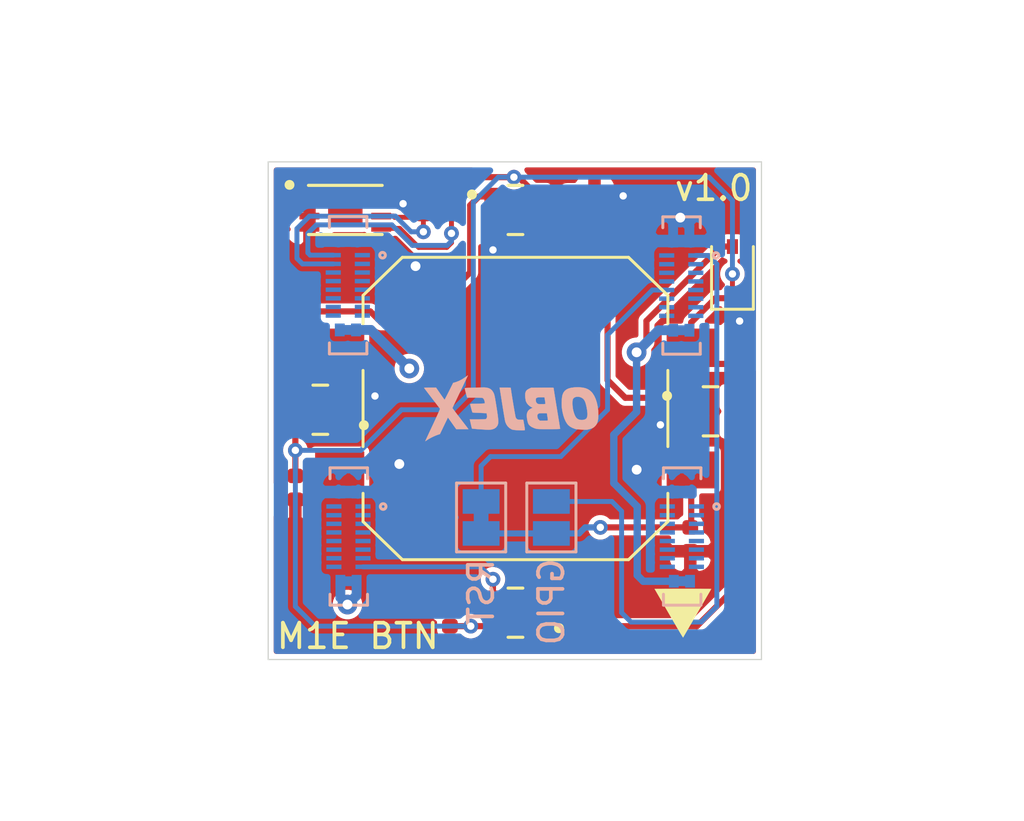
<source format=kicad_pcb>
(kicad_pcb (version 20211014) (generator pcbnew)
  (layers (0 "F.Cu" signal "(TOP)-RF_and_signals") (31 "B.Cu" signal "(BOTTOM)-Signals") (34 "B.Paste" user) (35 "F.Paste" user) (36 "B.SilkS" user "B.Silkscreen") (37 "F.SilkS" user "F.Silkscreen") (38 "B.Mask" user) (39 "F.Mask" user) (44 "Edge.Cuts" user))
  (net 0 "")
  (net 1 "GND")
  (net 2 "+3V3")
  (net 3 "+5V")
  (net 4 "Net-(J2-Pad5)")
  (net 5 "Net-(J2-Pad7)")
  (net 6 "Net-(J2-Pad11)")
  (net 7 "Net-(J2-Pad15)")
  (net 8 "Net-(J2-Pad13)")
  (net 9 "Net-(J1-Pad3)")
  (net 10 "Net-(J1-Pad5)")
  (net 11 "Net-(J1-Pad7)")
  (net 12 "Net-(J1-Pad11)")
  (net 13 "Net-(J1-Pad15)")
  (net 14 "Net-(D1-Pad2)")
  (net 15 "Net-(J3-Pad3)")
  (net 16 "Net-(J3-Pad5)")
  (net 17 "Net-(J3-Pad7)")
  (net 18 "Net-(J3-Pad11)")
  (net 19 "Net-(J3-Pad13)")
  (net 20 "Net-(J4-Pad3)")
  (net 21 "Net-(J4-Pad5)")
  (net 22 "Net-(J4-Pad7)")
  (net 23 "Net-(J4-Pad9)")
  (net 24 "Net-(J4-Pad11)")
  (net 25 "Net-(J4-Pad15)")
  (net 26 "Net-(J4-Pad13)")
  (net 27 "Net-(J2-Pad16)")
  (net 28 "Net-(J2-Pad4)")
  (net 29 "Net-(J2-Pad10)")
  (net 30 "Net-(J2-Pad6)")
  (net 31 "Net-(J2-Pad2)")
  (net 32 "Net-(J2-Pad1)")
  (net 33 "Net-(J2-Pad12)")
  (net 34 "Net-(J1-Pad2)")
  (net 35 "Net-(J1-Pad8)")
  (net 36 "Net-(J1-Pad6)")
  (net 37 "Net-(J1-Pad9)")
  (net 38 "Net-(J1-Pad10)")
  (net 39 "Net-(J1-Pad14)")
  (net 40 "Net-(J3-Pad1)")
  (net 41 "Net-(J3-Pad2)")
  (net 42 "Net-(J3-Pad4)")
  (net 43 "Net-(J3-Pad6)")
  (net 44 "Net-(J3-Pad12)")
  (net 45 "Net-(J3-Pad10)")
  (net 46 "Net-(J3-Pad14)")
  (net 47 "Net-(J4-Pad1)")
  (net 48 "Net-(J4-Pad2)")
  (net 49 "Net-(J4-Pad4)")
  (net 50 "Net-(J4-Pad6)")
  (net 51 "Net-(J4-Pad12)")
  (net 52 "Net-(J4-Pad16)")
  (net 53 "Net-(J4-Pad10)")
  (net 54 "Net-(J4-Pad14)")
  (net 55 "Net-(J1-Pad4)")
  (net 56 "Net-(J1-Pad16)")
  (net 57 "Net-(J2-Pad14)")
  (net 58 "Net-(J2-Pad9)")
  (net 59 "Net-(J3-Pad8)")
  (net 60 "RGB-OUT")
  (net 61 "VCC")
  (net 62 "Net-(U1-Pad1)")
  (net 63 "Net-(U2-Pad3)")
  (net 64 "Net-(U2-Pad1)")
  (net 65 "Net-(U4-Pad1)")
  (net 66 "SCL")
  (net 67 "SDA")
  (net 68 "RST")
  (net 69 "Net-(J1-Pad13)")
  (net 70 "Net-(J2-Pad3)")
  (net 71 "Net-(J3-Pad9)")
  (net 72 "Net-(JP1-Pad1)")
  (net 73 "GPIO25-2")
  (net 74 "Net-(J2-Pad8)")
  (footprint "Button_Switch_SMD:SW_Push_1P1T_NO_CK_PTS125Sx43PSMTR" (layer "F.Cu") (at 144.018 95.1992)
    (fp_text reference "SW1")
    (fp_text value "SW_Push")
    (pad "1" smd rect locked (at 7.15 -2.5) (size 2 1.5) (layers "F.Cu" "F.Paste" "F.Mask") (net 2 "+3V3"))
    (pad "2" smd rect locked (at 7.15 2.5) (size 2 1.5) (layers "F.Cu" "F.Paste" "F.Mask") (net 72 "Net-(JP1-Pad1)"))
    (pad "3" smd rect locked (at -7.15 -2.5) (size 2 1.5) (layers "F.Cu" "F.Paste" "F.Mask"))
    (pad "4" smd rect locked (at -7.15 2.5) (size 2 1.5) (layers "F.Cu" "F.Paste" "F.Mask"))
  )
  (footprint "Resistor_SMD:R_0402_1005Metric" (layer "F.Cu") (at 151.13 100.5205 -90)
    (fp_text reference "R1")
    (fp_text value "10K")
    (pad "1" smd roundrect locked (at -0.485 0 270) (size 0.59 0.64) (layers "F.Cu" "F.Paste" "F.Mask") (net 72 "Net-(JP1-Pad1)"))
    (pad "2" smd roundrect locked (at 0.485 0 270) (size 0.59 0.64) (layers "F.Cu" "F.Paste" "F.Mask") (net 1 "GND"))
  )
  (footprint "Capacitor_SMD:C_0402_1005Metric" (layer "F.Cu") (at 135.0645 98.425 90)
    (fp_text reference "C1")
    (fp_text value "0.1uF")
    (pad "1" smd roundrect locked (at -0.485 0 90) (size 0.59 0.64) (layers "F.Cu" "F.Paste" "F.Mask") (net 1 "GND"))
    (pad "2" smd roundrect locked (at 0.485 0 90) (size 0.59 0.64) (layers "F.Cu" "F.Paste" "F.Mask") (net 2 "+3V3"))
  )
  (footprint "Capacitor_SMD:C_0402_1005Metric" (layer "F.Cu") (at 153.1112 92.9005 -90)
    (fp_text reference "C2")
    (fp_text value "0.1uF")
    (pad "1" smd roundrect locked (at -0.485 0 270) (size 0.59 0.64) (layers "F.Cu" "F.Paste" "F.Mask") (net 1 "GND"))
    (pad "2" smd roundrect locked (at 0.485 0 270) (size 0.59 0.64) (layers "F.Cu" "F.Paste" "F.Mask") (net 2 "+3V3"))
  )
  (footprint "Capacitor_SMD:C_0402_1005Metric" (layer "F.Cu") (at 141.351 103.5685 -90)
    (fp_text reference "C3")
    (fp_text value "0.1uF")
    (pad "1" smd roundrect locked (at -0.485 0 270) (size 0.59 0.64) (layers "F.Cu" "F.Paste" "F.Mask") (net 1 "GND"))
    (pad "2" smd roundrect locked (at 0.485 0 270) (size 0.59 0.64) (layers "F.Cu" "F.Paste" "F.Mask") (net 2 "+3V3"))
  )
  (footprint "Capacitor_SMD:C_0402_1005Metric" (layer "F.Cu") (at 146.7485 86.5505 180)
    (fp_text reference "C4")
    (fp_text value "0.1uF")
    (pad "1" smd roundrect locked (at -0.485 0 180) (size 0.59 0.64) (layers "F.Cu" "F.Paste" "F.Mask") (net 1 "GND"))
    (pad "2" smd roundrect locked (at 0.485 0 180) (size 0.59 0.64) (layers "F.Cu" "F.Paste" "F.Mask") (net 2 "+3V3"))
  )
  (footprint "Diode_SMD:D_SOD-323" (layer "F.Cu") (at 152.8445 89.662 90)
    (fp_text reference "D1")
    (fp_text value "1N4148WS")
    (pad "1" smd rect locked (at -1.05 0 90) (size 0.6 0.45) (layers "F.Cu" "F.Paste" "F.Mask") (net 2 "+3V3"))
    (pad "2" smd rect locked (at 1.05 0 90) (size 0.6 0.45) (layers "F.Cu" "F.Paste" "F.Mask") (net 14 "Net-(D1-Pad2)"))
  )
  (footprint "KicadLibrary:LED_WS2812-2020" (layer "F.Cu") (at 144.018 103.505 180)
    (fp_text reference "U1")
    (fp_text value "WS2812-2020")
    (pad "1" smd rect locked (at -0.915 -0.55 180) (size 0.7 0.7) (layers "F.Cu" "F.Paste" "F.Mask") (net 62 "Net-(U1-Pad1)"))
    (pad "2" smd rect locked (at -0.915 0.55 180) (size 0.7 0.7) (layers "F.Cu" "F.Paste" "F.Mask") (net 1 "GND"))
    (pad "3" smd rect locked (at 0.915 0.55 180) (size 0.7 0.7) (layers "F.Cu" "F.Paste" "F.Mask") (net 60 "RGB-OUT"))
    (pad "4" smd rect locked (at 0.915 -0.55 180) (size 0.7 0.7) (layers "F.Cu" "F.Paste" "F.Mask") (net 2 "+3V3"))
  )
  (footprint "KicadLibrary:LED_WS2812-2020" (layer "F.Cu") (at 144.018 87.122)
    (fp_text reference "U2")
    (fp_text value "WS2812-2020")
    (pad "1" smd rect locked (at -0.915 -0.55) (size 0.7 0.7) (layers "F.Cu" "F.Paste" "F.Mask") (net 64 "Net-(U2-Pad1)"))
    (pad "2" smd rect locked (at -0.915 0.55) (size 0.7 0.7) (layers "F.Cu" "F.Paste" "F.Mask") (net 1 "GND"))
    (pad "3" smd rect locked (at 0.915 0.55) (size 0.7 0.7) (layers "F.Cu" "F.Paste" "F.Mask") (net 63 "Net-(U2-Pad3)"))
    (pad "4" smd rect locked (at 0.915 -0.55) (size 0.7 0.7) (layers "F.Cu" "F.Paste" "F.Mask") (net 2 "+3V3"))
  )
  (footprint "KicadLibrary:LED_WS2812-2020" (layer "F.Cu") (at 151.9555 95.3135)
    (fp_text reference "U3")
    (fp_text value "WS2812-2020")
    (pad "1" smd rect locked (at -0.915 -0.55) (size 0.7 0.7) (layers "F.Cu" "F.Paste" "F.Mask") (net 63 "Net-(U2-Pad3)"))
    (pad "2" smd rect locked (at -0.915 0.55) (size 0.7 0.7) (layers "F.Cu" "F.Paste" "F.Mask") (net 1 "GND"))
    (pad "3" smd rect locked (at 0.915 0.55) (size 0.7 0.7) (layers "F.Cu" "F.Paste" "F.Mask") (net 62 "Net-(U1-Pad1)"))
    (pad "4" smd rect locked (at 0.915 -0.55) (size 0.7 0.7) (layers "F.Cu" "F.Paste" "F.Mask") (net 2 "+3V3"))
  )
  (footprint "KicadLibrary:LED_WS2812-2020" (layer "F.Cu") (at 136.0805 95.25 180)
    (fp_text reference "U4")
    (fp_text value "WS2812-2020")
    (pad "1" smd rect locked (at -0.915 -0.55 180) (size 0.7 0.7) (layers "F.Cu" "F.Paste" "F.Mask") (net 65 "Net-(U4-Pad1)"))
    (pad "2" smd rect locked (at -0.915 0.55 180) (size 0.7 0.7) (layers "F.Cu" "F.Paste" "F.Mask") (net 1 "GND"))
    (pad "3" smd rect locked (at 0.915 0.55 180) (size 0.7 0.7) (layers "F.Cu" "F.Paste" "F.Mask") (net 64 "Net-(U2-Pad1)"))
    (pad "4" smd rect locked (at 0.915 -0.55 180) (size 0.7 0.7) (layers "F.Cu" "F.Paste" "F.Mask") (net 2 "+3V3"))
  )
  (footprint "KicadLibrary:arrowTiny" (layer "F.Cu") (at 150.8252 103.5304)
    (fp_text reference "G***" hide)
    (fp_text value "LOGO" hide)
  )
  (footprint "Resistor_SMD:R_0402_1005Metric" (layer "F.Cu") (at 140.2715 86.8045 -90)
    (fp_text reference "R2")
    (fp_text value "4.7K")
    (pad "1" smd roundrect locked (at -0.485 0 270) (size 0.59 0.64) (layers "F.Cu" "F.Paste" "F.Mask") (net 2 "+3V3"))
    (pad "2" smd roundrect locked (at 0.485 0 270) (size 0.59 0.64) (layers "F.Cu" "F.Paste" "F.Mask") (net 66 "SCL"))
  )
  (footprint "Resistor_SMD:R_0402_1005Metric" (layer "F.Cu") (at 141.4145 86.8045 -90)
    (fp_text reference "R3")
    (fp_text value "4.7K")
    (pad "1" smd roundrect locked (at -0.485 0 270) (size 0.59 0.64) (layers "F.Cu" "F.Paste" "F.Mask") (net 2 "+3V3"))
    (pad "2" smd roundrect locked (at 0.485 0 270) (size 0.59 0.64) (layers "F.Cu" "F.Paste" "F.Mask") (net 67 "SDA"))
  )
  (footprint "KicadLibrary:SON50P200X300X80-8N" (layer "F.Cu") (at 137.0965 87.122)
    (fp_text reference "U6")
    (fp_text value "24LC64FT-I_MNY")
    (pad "1" smd rect locked (at -1.46 -0.75) (size 0.81 0.27) (layers "F.Cu" "F.Paste" "F.Mask") (net 1 "GND"))
    (pad "2" smd rect locked (at -1.46 -0.25) (size 0.81 0.27) (layers "F.Cu" "F.Paste" "F.Mask") (net 1 "GND"))
    (pad "3" smd rect locked (at -1.46 0.25) (size 0.81 0.27) (layers "F.Cu" "F.Paste" "F.Mask") (net 1 "GND"))
    (pad "4" smd rect locked (at -1.46 0.75) (size 0.81 0.27) (layers "F.Cu" "F.Paste" "F.Mask") (net 1 "GND"))
    (pad "5" smd rect locked (at 1.46 0.75) (size 0.81 0.27) (layers "F.Cu" "F.Paste" "F.Mask") (net 67 "SDA"))
    (pad "6" smd rect locked (at 1.46 0.25) (size 0.81 0.27) (layers "F.Cu" "F.Paste" "F.Mask") (net 66 "SCL"))
    (pad "7" smd rect locked (at 1.46 -0.25) (size 0.81 0.27) (layers "F.Cu" "F.Paste" "F.Mask") (net 1 "GND"))
    (pad "8" smd rect locked (at 1.46 -0.75) (size 0.81 0.27) (layers "F.Cu" "F.Paste" "F.Mask") (net 2 "+3V3"))
    (pad "9" smd rect locked (at 0 0) (size 1.4 1.4) (layers "F.Cu" "F.Mask"))
  )
  (footprint "Connector_Hirose:BM28B0.6-16DP-2-0.35V(51)" (layer "B.Cu") (at 147.7899 90.1954 -90)
    (fp_text reference "J1")
    (fp_text value "BM28B0.6-16DP_2-0.35V(51)")
    (pad "1" smd rect locked (at -1.22174 -3.56362 270) (size 0.18 0.615) (layers "B.Cu" "B.Paste" "B.Mask") (net 73 "GPIO25-2"))
    (pad "2" smd rect locked (at -0.86524 -3.56362 270) (size 0.18 0.615) (layers "B.Cu" "B.Paste" "B.Mask") (net 34 "Net-(J1-Pad2)"))
    (pad "3" smd rect locked (at -0.51524 -3.56362 270) (size 0.18 0.615) (layers "B.Cu" "B.Paste" "B.Mask") (net 9 "Net-(J1-Pad3)"))
    (pad "4" smd rect locked (at -0.16524 -3.56362 270) (size 0.18 0.615) (layers "B.Cu" "B.Paste" "B.Mask") (net 55 "Net-(J1-Pad4)"))
    (pad "5" smd rect locked (at 0.18476 -3.56362 270) (size 0.18 0.615) (layers "B.Cu" "B.Paste" "B.Mask") (net 10 "Net-(J1-Pad5)"))
    (pad "6" smd rect locked (at 0.53476 -3.56362 270) (size 0.18 0.615) (layers "B.Cu" "B.Paste" "B.Mask") (net 36 "Net-(J1-Pad6)"))
    (pad "7" smd rect locked (at 0.88476 -3.56362 270) (size 0.18 0.615) (layers "B.Cu" "B.Paste" "B.Mask") (net 11 "Net-(J1-Pad7)"))
    (pad "8" smd rect locked (at 1.23476 -3.56362 270) (size 0.18 0.615) (layers "B.Cu" "B.Paste" "B.Mask") (net 35 "Net-(J1-Pad8)"))
    (pad "9" smd rect locked (at 1.23476 -2.37998 270) (size 0.18 0.615) (layers "B.Cu" "B.Paste" "B.Mask") (net 37 "Net-(J1-Pad9)"))
    (pad "10" smd rect locked (at 0.88476 -2.37998 270) (size 0.18 0.615) (layers "B.Cu" "B.Paste" "B.Mask") (net 38 "Net-(J1-Pad10)"))
    (pad "11" smd rect locked (at 0.53476 -2.37998 270) (size 0.18 0.615) (layers "B.Cu" "B.Paste" "B.Mask") (net 12 "Net-(J1-Pad11)"))
    (pad "12" smd rect locked (at 0.18476 -2.37998 270) (size 0.18 0.615) (layers "B.Cu" "B.Paste" "B.Mask") (net 68 "RST"))
    (pad "13" smd rect locked (at -0.16524 -2.37998 270) (size 0.18 0.615) (layers "B.Cu" "B.Paste" "B.Mask") (net 69 "Net-(J1-Pad13)"))
    (pad "14" smd rect locked (at -0.51524 -2.37998 270) (size 0.18 0.615) (layers "B.Cu" "B.Paste" "B.Mask") (net 39 "Net-(J1-Pad14)"))
    (pad "15" smd rect locked (at -0.86524 -2.37998 270) (size 0.18 0.615) (layers "B.Cu" "B.Paste" "B.Mask") (net 13 "Net-(J1-Pad15)"))
    (pad "16" smd rect locked (at -1.22174 -2.37998 270) (size 0.18 0.615) (layers "B.Cu" "B.Paste" "B.Mask") (net 56 "Net-(J1-Pad16)"))
    (pad "17" smd rect locked (at -1.80916 -2.6416 90) (size 0.52 0.4) (layers "B.Cu" "B.Paste" "B.Mask") (net 1 "GND"))
    (pad "18" smd rect locked (at -1.80916 -3.302 270) (size 0.52 0.4) (layers "B.Cu" "B.Paste" "B.Mask") (net 1 "GND"))
    (pad "19" smd rect locked (at 1.82046 -3.30454 270) (size 0.52 0.4) (layers "B.Cu" "B.Paste" "B.Mask") (net 14 "Net-(D1-Pad2)"))
    (pad "20" smd rect locked (at 1.82046 -2.64414 90) (size 0.52 0.4) (layers "B.Cu" "B.Paste" "B.Mask") (net 14 "Net-(D1-Pad2)"))
  )
  (footprint "Connector_Hirose:BM28B0.6-16DP-2-0.35V(51)" (layer "B.Cu") (at 147.8153 100.4062 -90)
    (fp_text reference "J2")
    (fp_text value "BM28B0.6-16DP_2-0.35V(51)")
    (pad "1" smd rect locked (at -1.22174 -3.56362 270) (size 0.18 0.615) (layers "B.Cu" "B.Paste" "B.Mask") (net 32 "Net-(J2-Pad1)"))
    (pad "2" smd rect locked (at -0.86524 -3.56362 270) (size 0.18 0.615) (layers "B.Cu" "B.Paste" "B.Mask") (net 31 "Net-(J2-Pad2)"))
    (pad "3" smd rect locked (at -0.51524 -3.56362 270) (size 0.18 0.615) (layers "B.Cu" "B.Paste" "B.Mask") (net 70 "Net-(J2-Pad3)"))
    (pad "4" smd rect locked (at -0.16524 -3.56362 270) (size 0.18 0.615) (layers "B.Cu" "B.Paste" "B.Mask") (net 28 "Net-(J2-Pad4)"))
    (pad "5" smd rect locked (at 0.18476 -3.56362 270) (size 0.18 0.615) (layers "B.Cu" "B.Paste" "B.Mask") (net 4 "Net-(J2-Pad5)"))
    (pad "6" smd rect locked (at 0.53476 -3.56362 270) (size 0.18 0.615) (layers "B.Cu" "B.Paste" "B.Mask") (net 30 "Net-(J2-Pad6)"))
    (pad "7" smd rect locked (at 0.88476 -3.56362 270) (size 0.18 0.615) (layers "B.Cu" "B.Paste" "B.Mask") (net 5 "Net-(J2-Pad7)"))
    (pad "8" smd rect locked (at 1.23476 -3.56362 270) (size 0.18 0.615) (layers "B.Cu" "B.Paste" "B.Mask") (net 74 "Net-(J2-Pad8)"))
    (pad "9" smd rect locked (at 1.23476 -2.37998 270) (size 0.18 0.615) (layers "B.Cu" "B.Paste" "B.Mask") (net 58 "Net-(J2-Pad9)"))
    (pad "10" smd rect locked (at 0.88476 -2.37998 270) (size 0.18 0.615) (layers "B.Cu" "B.Paste" "B.Mask") (net 29 "Net-(J2-Pad10)"))
    (pad "11" smd rect locked (at 0.53476 -2.37998 270) (size 0.18 0.615) (layers "B.Cu" "B.Paste" "B.Mask") (net 6 "Net-(J2-Pad11)"))
    (pad "12" smd rect locked (at 0.18476 -2.37998 270) (size 0.18 0.615) (layers "B.Cu" "B.Paste" "B.Mask") (net 33 "Net-(J2-Pad12)"))
    (pad "13" smd rect locked (at -0.16524 -2.37998 270) (size 0.18 0.615) (layers "B.Cu" "B.Paste" "B.Mask") (net 8 "Net-(J2-Pad13)"))
    (pad "14" smd rect locked (at -0.51524 -2.37998 270) (size 0.18 0.615) (layers "B.Cu" "B.Paste" "B.Mask") (net 57 "Net-(J2-Pad14)"))
    (pad "15" smd rect locked (at -0.86524 -2.37998 270) (size 0.18 0.615) (layers "B.Cu" "B.Paste" "B.Mask") (net 7 "Net-(J2-Pad15)"))
    (pad "16" smd rect locked (at -1.22174 -2.37998 270) (size 0.18 0.615) (layers "B.Cu" "B.Paste" "B.Mask") (net 27 "Net-(J2-Pad16)"))
    (pad "17" smd rect locked (at -1.80916 -2.6416 90) (size 0.52 0.4) (layers "B.Cu" "B.Paste" "B.Mask") (net 1 "GND"))
    (pad "18" smd rect locked (at -1.80916 -3.302 270) (size 0.52 0.4) (layers "B.Cu" "B.Paste" "B.Mask") (net 1 "GND"))
    (pad "19" smd rect locked (at 1.82046 -3.30454 270) (size 0.52 0.4) (layers "B.Cu" "B.Paste" "B.Mask") (net 14 "Net-(D1-Pad2)"))
    (pad "20" smd rect locked (at 1.82046 -2.64414 90) (size 0.52 0.4) (layers "B.Cu" "B.Paste" "B.Mask") (net 14 "Net-(D1-Pad2)"))
  )
  (footprint "Connector_Hirose:BM28B0.6-16DP-2-0.35V(51)" (layer "B.Cu") (at 134.2263 90.1827 -90)
    (fp_text reference "J3")
    (fp_text value "BM28B0.6-16DP_2-0.35V(51)")
    (pad "1" smd rect locked (at -1.22174 -3.56362 270) (size 0.18 0.615) (layers "B.Cu" "B.Paste" "B.Mask") (net 40 "Net-(J3-Pad1)"))
    (pad "2" smd rect locked (at -0.86524 -3.56362 270) (size 0.18 0.615) (layers "B.Cu" "B.Paste" "B.Mask") (net 41 "Net-(J3-Pad2)"))
    (pad "3" smd rect locked (at -0.51524 -3.56362 270) (size 0.18 0.615) (layers "B.Cu" "B.Paste" "B.Mask") (net 15 "Net-(J3-Pad3)"))
    (pad "4" smd rect locked (at -0.16524 -3.56362 270) (size 0.18 0.615) (layers "B.Cu" "B.Paste" "B.Mask") (net 42 "Net-(J3-Pad4)"))
    (pad "5" smd rect locked (at 0.18476 -3.56362 270) (size 0.18 0.615) (layers "B.Cu" "B.Paste" "B.Mask") (net 16 "Net-(J3-Pad5)"))
    (pad "6" smd rect locked (at 0.53476 -3.56362 270) (size 0.18 0.615) (layers "B.Cu" "B.Paste" "B.Mask") (net 43 "Net-(J3-Pad6)"))
    (pad "7" smd rect locked (at 0.88476 -3.56362 270) (size 0.18 0.615) (layers "B.Cu" "B.Paste" "B.Mask") (net 17 "Net-(J3-Pad7)"))
    (pad "8" smd rect locked (at 1.23476 -3.56362 270) (size 0.18 0.615) (layers "B.Cu" "B.Paste" "B.Mask") (net 59 "Net-(J3-Pad8)"))
    (pad "9" smd rect locked (at 1.23476 -2.37998 270) (size 0.18 0.615) (layers "B.Cu" "B.Paste" "B.Mask") (net 71 "Net-(J3-Pad9)"))
    (pad "10" smd rect locked (at 0.88476 -2.37998 270) (size 0.18 0.615) (layers "B.Cu" "B.Paste" "B.Mask") (net 45 "Net-(J3-Pad10)"))
    (pad "11" smd rect locked (at 0.53476 -2.37998 270) (size 0.18 0.615) (layers "B.Cu" "B.Paste" "B.Mask") (net 18 "Net-(J3-Pad11)"))
    (pad "12" smd rect locked (at 0.18476 -2.37998 270) (size 0.18 0.615) (layers "B.Cu" "B.Paste" "B.Mask") (net 44 "Net-(J3-Pad12)"))
    (pad "13" smd rect locked (at -0.16524 -2.37998 270) (size 0.18 0.615) (layers "B.Cu" "B.Paste" "B.Mask") (net 19 "Net-(J3-Pad13)"))
    (pad "14" smd rect locked (at -0.51524 -2.37998 270) (size 0.18 0.615) (layers "B.Cu" "B.Paste" "B.Mask") (net 46 "Net-(J3-Pad14)"))
    (pad "15" smd rect locked (at -0.86524 -2.37998 270) (size 0.18 0.615) (layers "B.Cu" "B.Paste" "B.Mask") (net 66 "SCL"))
    (pad "16" smd rect locked (at -1.22174 -2.37998 270) (size 0.18 0.615) (layers "B.Cu" "B.Paste" "B.Mask") (net 67 "SDA"))
    (pad "17" smd rect locked (at -1.80916 -2.6416 90) (size 0.52 0.4) (layers "B.Cu" "B.Paste" "B.Mask") (net 1 "GND"))
    (pad "18" smd rect locked (at -1.80916 -3.302 270) (size 0.52 0.4) (layers "B.Cu" "B.Paste" "B.Mask") (net 1 "GND"))
    (pad "19" smd rect locked (at 1.82046 -3.30454 270) (size 0.52 0.4) (layers "B.Cu" "B.Paste" "B.Mask") (net 3 "+5V"))
    (pad "20" smd rect locked (at 1.82046 -2.64414 90) (size 0.52 0.4) (layers "B.Cu" "B.Paste" "B.Mask") (net 3 "+5V"))
  )
  (footprint "Connector_Hirose:BM28B0.6-16DP-2-0.35V(51)" (layer "B.Cu") (at 134.2517 100.4062 -90)
    (fp_text reference "J4")
    (fp_text value "BM28B0.6-16DP_2-0.35V(51)")
    (pad "1" smd rect locked (at -1.22174 -3.56362 270) (size 0.18 0.615) (layers "B.Cu" "B.Paste" "B.Mask") (net 47 "Net-(J4-Pad1)"))
    (pad "2" smd rect locked (at -0.86524 -3.56362 270) (size 0.18 0.615) (layers "B.Cu" "B.Paste" "B.Mask") (net 48 "Net-(J4-Pad2)"))
    (pad "3" smd rect locked (at -0.51524 -3.56362 270) (size 0.18 0.615) (layers "B.Cu" "B.Paste" "B.Mask") (net 20 "Net-(J4-Pad3)"))
    (pad "4" smd rect locked (at -0.16524 -3.56362 270) (size 0.18 0.615) (layers "B.Cu" "B.Paste" "B.Mask") (net 49 "Net-(J4-Pad4)"))
    (pad "5" smd rect locked (at 0.18476 -3.56362 270) (size 0.18 0.615) (layers "B.Cu" "B.Paste" "B.Mask") (net 21 "Net-(J4-Pad5)"))
    (pad "6" smd rect locked (at 0.53476 -3.56362 270) (size 0.18 0.615) (layers "B.Cu" "B.Paste" "B.Mask") (net 50 "Net-(J4-Pad6)"))
    (pad "7" smd rect locked (at 0.88476 -3.56362 270) (size 0.18 0.615) (layers "B.Cu" "B.Paste" "B.Mask") (net 22 "Net-(J4-Pad7)"))
    (pad "8" smd rect locked (at 1.23476 -3.56362 270) (size 0.18 0.615) (layers "B.Cu" "B.Paste" "B.Mask") (net 60 "RGB-OUT"))
    (pad "9" smd rect locked (at 1.23476 -2.37998 270) (size 0.18 0.615) (layers "B.Cu" "B.Paste" "B.Mask") (net 23 "Net-(J4-Pad9)"))
    (pad "10" smd rect locked (at 0.88476 -2.37998 270) (size 0.18 0.615) (layers "B.Cu" "B.Paste" "B.Mask") (net 53 "Net-(J4-Pad10)"))
    (pad "11" smd rect locked (at 0.53476 -2.37998 270) (size 0.18 0.615) (layers "B.Cu" "B.Paste" "B.Mask") (net 24 "Net-(J4-Pad11)"))
    (pad "12" smd rect locked (at 0.18476 -2.37998 270) (size 0.18 0.615) (layers "B.Cu" "B.Paste" "B.Mask") (net 51 "Net-(J4-Pad12)"))
    (pad "13" smd rect locked (at -0.16524 -2.37998 270) (size 0.18 0.615) (layers "B.Cu" "B.Paste" "B.Mask") (net 26 "Net-(J4-Pad13)"))
    (pad "14" smd rect locked (at -0.51524 -2.37998 270) (size 0.18 0.615) (layers "B.Cu" "B.Paste" "B.Mask") (net 54 "Net-(J4-Pad14)"))
    (pad "15" smd rect locked (at -0.86524 -2.37998 270) (size 0.18 0.615) (layers "B.Cu" "B.Paste" "B.Mask") (net 25 "Net-(J4-Pad15)"))
    (pad "16" smd rect locked (at -1.22174 -2.37998 270) (size 0.18 0.615) (layers "B.Cu" "B.Paste" "B.Mask") (net 52 "Net-(J4-Pad16)"))
    (pad "17" smd rect locked (at -1.80916 -2.6416 90) (size 0.52 0.4) (layers "B.Cu" "B.Paste" "B.Mask") (net 1 "GND"))
    (pad "18" smd rect locked (at -1.80916 -3.302 270) (size 0.52 0.4) (layers "B.Cu" "B.Paste" "B.Mask") (net 1 "GND"))
    (pad "19" smd rect locked (at 1.82046 -3.30454 270) (size 0.52 0.4) (layers "B.Cu" "B.Paste" "B.Mask") (net 61 "VCC"))
    (pad "20" smd rect locked (at 1.82046 -2.64414 90) (size 0.52 0.4) (layers "B.Cu" "B.Paste" "B.Mask") (net 61 "VCC"))
  )
  (footprint "KicadLibrary:logov2-mini" (layer "B.Cu") (at 143.9418 95.2754 180)
    (fp_text reference "G***" hide)
    (fp_text value "LOGO" hide)
  )
  (footprint "Jumper:SolderJumper-2_P1.3mm_Bridged_Pad1.0x1.5mm" (layer "B.Cu") (at 142.621 99.6315 90)
    (fp_text reference "RST" (at -3.048 0 90) (layer "B.SilkS") (effects (justify mirror)))
    (fp_text value "RESET")
    (fp_poly (pts (xy -0.25 0.3) (xy 0.25 0.3) (xy 0.25 -0.3) (xy -0.25 -0.3)) (layer "B.Cu") (width 0) (fill solid))
    (pad "1" smd rect locked (at -0.65 0 90) (size 1 1.5) (layers "B.Cu" "B.Mask") (net 72 "Net-(JP1-Pad1)"))
    (pad "2" smd rect locked (at 0.65 0 90) (size 1 1.5) (layers "B.Cu" "B.Mask") (net 68 "RST"))
  )
  (footprint "Jumper:SolderJumper-2_P1.3mm_Open_Pad1.0x1.5mm" (layer "B.Cu") (at 145.4785 99.6315 90)
    (fp_text reference "GPIO" (at -3.429 0 90) (layer "B.SilkS") (effects (justify mirror)))
    (fp_text value "GPIO15")
    (pad "1" smd rect locked (at -0.65 0 90) (size 1 1.5) (layers "B.Cu" "B.Mask") (net 72 "Net-(JP1-Pad1)"))
    (pad "2" smd rect locked (at 0.65 0 90) (size 1 1.5) (layers "B.Cu" "B.Mask") (net 73 "GPIO25-2"))
  )
  (gr_line (start 154.0256 85.1662) (end 154.0256 105.41) (layer "Edge.Cuts") (width 0.05))
  (gr_line (start 133.9596 105.41) (end 133.9596 85.1662) (layer "Edge.Cuts") (width 0.05))
  (gr_line (start 133.9596 85.1662) (end 154.0256 85.1662) (layer "Edge.Cuts") (width 0.05))
  (gr_line (start 154.0256 105.41) (end 133.9596 105.41) (layer "Edge.Cuts") (width 0.05))
  (gr_text "v1.0" (at 152.0825 86.233) (layer "F.SilkS") (effects (font (size 1 1))))
  (gr_text "M1E BTN" (at 137.6045 104.4575) (layer "F.SilkS") (effects (font (size 1 1))))
  (segment (start 136.906 97.7372) (end 136.868 97.6992) (width 0.2) (layer "F.Cu") (net 0))
  (segment (start 137.0076 97.8388) (end 136.868 97.6992) (width 0.2) (layer "F.Cu") (net 0))
  (segment (start 143.103 88.7482) (end 143.103 88.7482) (width 0.25) (layer "F.Cu") (net 1))
  (segment (start 138.303 94.6912) (end 138.303 94.6912) (width 0.25) (layer "F.Cu") (net 1))
  (segment (start 148.3995 86.5505) (end 148.3995 86.5505) (width 0.25) (layer "F.Cu") (net 1))
  (segment (start 153.1366 91.6432) (end 153.1366 91.6432) (width 0.25) (layer "F.Cu") (net 1))
  (segment (start 149.9147 95.8635) (end 149.9147 95.8635) (width 0.25) (layer "F.Cu") (net 1))
  (segment (start 147.2335 86.5505) (end 148.3995 86.5505) (width 0.25) (layer "F.Cu") (net 1))
  (segment (start 136.9955 94.7) (end 137.5955 94.7) (width 0.25) (layer "F.Cu") (net 1))
  (segment (start 137.6043 94.6912) (end 138.303 94.6912) (width 0.25) (layer "F.Cu") (net 1))
  (segment (start 153.1112 92.4155) (end 153.1112 92.1205) (width 0.25) (layer "F.Cu") (net 1))
  (segment (start 143.103 87.672) (end 143.103 88.7482) (width 0.25) (layer "F.Cu") (net 1))
  (segment (start 153.1366 92.0951) (end 153.1366 91.6432) (width 0.25) (layer "F.Cu") (net 1))
  (segment (start 137.5955 94.7) (end 137.6043 94.6912) (width 0.25) (layer "F.Cu") (net 1))
  (segment (start 151.0405 95.8635) (end 149.9147 95.8635) (width 0.25) (layer "F.Cu") (net 1))
  (segment (start 153.1112 92.1205) (end 153.1366 92.0951) (width 0.25) (layer "F.Cu") (net 1))
  (via (at 148.3995 86.5505) (size 0.6) (drill 0.3) (layers "F.Cu" "B.Cu") (net 1))
  (via (at 139.954 89.408) (size 0.8) (drill 0.4) (layers "F.Cu" "B.Cu") (net 1))
  (via (at 139.2936 97.45714) (size 0.8) (drill 0.4) (layers "F.Cu" "B.Cu") (net 1))
  (via (at 139.446 86.868) (size 0.6) (drill 0.3) (layers "F.Cu" "B.Cu") (net 1))
  (via (at 153.1366 91.6432) (size 0.6) (drill 0.3) (layers "F.Cu" "B.Cu") (net 1))
  (via (at 138.303 94.6912) (size 0.6) (drill 0.3) (layers "F.Cu" "B.Cu") (net 1))
  (via (at 143.103 88.7482) (size 0.6) (drill 0.3) (layers "F.Cu" "B.Cu") (net 1))
  (via (at 148.94826 97.6884) (size 0.8) (drill 0.4) (layers "F.Cu" "B.Cu") (net 1))
  (via (at 149.9147 95.8635) (size 0.6) (drill 0.3) (layers "F.Cu" "B.Cu") (net 1))
  (via (at 150.7236 87.43414) (size 0.8) (drill 0.4) (layers "F.Cu" "B.Cu") (net 1))
  (segment (start 148.94826 97.6884) (end 148.94826 97.6884) (width 0.4) (layer "B.Cu") (net 1))
  (segment (start 150.7236 87.43414) (end 150.7236 87.43414) (width 0.4) (layer "B.Cu") (net 1))
  (segment (start 139.2936 97.45714) (end 139.2936 97.45714) (width 0.4) (layer "B.Cu") (net 1))
  (segment (start 139.954 89.408) (end 139.954 89.408) (width 0.4) (layer "B.Cu") (net 1))
  (segment (start 150.4569 98.59704) (end 149.8569 98.59704) (width 0.4) (layer "B.Cu") (net 1))
  (segment (start 136.8679 88.37354) (end 137.5283 88.37354) (width 0.4) (layer "B.Cu") (net 1))
  (segment (start 138.91954 88.37354) (end 139.954 89.408) (width 0.4) (layer "B.Cu") (net 1))
  (segment (start 150.4315 88.38624) (end 150.4315 87.72624) (width 0.4) (layer "B.Cu") (net 1))
  (segment (start 151.1173 98.59704) (end 150.4569 98.59704) (width 0.4) (layer "B.Cu") (net 1))
  (segment (start 138.1537 98.59704) (end 139.2936 97.45714) (width 0.4) (layer "B.Cu") (net 1))
  (segment (start 151.0919 87.80244) (end 150.7236 87.43414) (width 0.4) (layer "B.Cu") (net 1))
  (segment (start 137.5283 88.37354) (end 138.91954 88.37354) (width 0.4) (layer "B.Cu") (net 1))
  (segment (start 150.4315 88.38624) (end 151.0919 88.38624) (width 0.4) (layer "B.Cu") (net 1))
  (segment (start 136.8933 98.59704) (end 137.5537 98.59704) (width 0.4) (layer "B.Cu") (net 1))
  (segment (start 150.4315 87.72624) (end 150.7236 87.43414) (width 0.4) (layer "B.Cu") (net 1))
  (segment (start 149.8569 98.59704) (end 148.94826 97.6884) (width 0.4) (layer "B.Cu") (net 1))
  (segment (start 137.5537 98.59704) (end 138.1537 98.59704) (width 0.4) (layer "B.Cu") (net 1))
  (segment (start 151.0919 88.38624) (end 151.0919 87.80244) (width 0.4) (layer "B.Cu") (net 1))
  (segment (start 143.9545 85.7885) (end 143.9545 85.7885) (width 0.25) (layer "F.Cu") (net 2))
  (segment (start 135.0645 96.901) (end 135.0645 95.901) (width 0.25) (layer "F.Cu") (net 2))
  (segment (start 142.1995 104.0535) (end 143.1015 104.0535) (width 0.25) (layer "F.Cu") (net 2))
  (segment (start 138.5565 86.372) (end 140.219 86.372) (width 0.25) (layer "F.Cu") (net 2))
  (segment (start 152.8445 90.712) (end 152.1552 90.712) (width 0.25) (layer "F.Cu") (net 2))
  (segment (start 142.5575 85.7885) (end 143.9545 85.7885) (width 0.25) (layer "F.Cu") (net 2))
  (segment (start 135.0645 97.178) (end 135.0645 96.901) (width 0.25) (layer "F.Cu") (net 2))
  (segment (start 151.8543 93.3855) (end 151.168 92.6992) (width 0.25) (layer "F.Cu") (net 2))
  (segment (start 152.1552 90.712) (end 151.168 91.6992) (width 0.25) (layer "F.Cu") (net 2))
  (segment (start 135.0645 96.901) (end 135.0645 97.94) (width 0.25) (layer "F.Cu") (net 2))
  (segment (start 146.242 86.572) (end 146.2635 86.5505) (width 0.25) (layer "F.Cu") (net 2))
  (segment (start 153.1112 93.3855) (end 151.8543 93.3855) (width 0.25) (layer "F.Cu") (net 2))
  (segment (start 153.1112 94.5228) (end 152.8705 94.7635) (width 0.25) (layer "F.Cu") (net 2))
  (segment (start 151.168 91.6992) (end 151.168 92.6992) (width 0.25) (layer "F.Cu") (net 2))
  (segment (start 153.1112 93.3855) (end 153.1112 94.5228) (width 0.25) (layer "F.Cu") (net 2))
  (segment (start 143.1015 104.0535) (end 143.103 104.055) (width 0.25) (layer "F.Cu") (net 2))
  (segment (start 140.219 86.372) (end 140.2715 86.3195) (width 0.25) (layer "F.Cu") (net 2))
  (segment (start 144.933 86.572) (end 146.242 86.572) (width 0.25) (layer "F.Cu") (net 2))
  (segment (start 140.2715 86.3195) (end 141.4145 86.3195) (width 0.25) (layer "F.Cu") (net 2))
  (segment (start 141.351 104.0535) (end 142.1995 104.0535) (width 0.25) (layer "F.Cu") (net 2))
  (segment (start 150.954 92.9132) (end 151.168 92.6992) (width 0.4) (layer "F.Cu") (net 2))
  (segment (start 135.0645 95.901) (end 135.1655 95.8) (width 0.25) (layer "F.Cu") (net 2))
  (segment (start 142.0265 86.3195) (end 142.367 85.979) (width 0.25) (layer "F.Cu") (net 2))
  (segment (start 144.1495 85.7885) (end 144.933 86.572) (width 0.25) (layer "F.Cu") (net 2))
  (segment (start 151.168 92.6992) (end 150.7598 92.6992) (width 0.25) (layer "F.Cu") (net 2))
  (segment (start 141.4145 86.3195) (end 142.0265 86.3195) (width 0.25) (layer "F.Cu") (net 2))
  (segment (start 142.367 85.979) (end 142.5575 85.7885) (width 0.25) (layer "F.Cu") (net 2))
  (segment (start 150.918 92.6992) (end 151.168 92.6992) (width 0.25) (layer "F.Cu") (net 2))
  (segment (start 152.8445 89.7255) (end 152.8445 90.712) (width 0.2) (layer "F.Cu") (net 2))
  (segment (start 143.9545 85.7885) (end 144.1495 85.7885) (width 0.25) (layer "F.Cu") (net 2))
  (via (at 135.0645 96.901) (size 0.6) (drill 0.3) (layers "F.Cu" "B.Cu") (net 2))
  (via (at 152.8445 89.7255) (size 0.6) (drill 0.3) (layers "F.Cu" "B.Cu") (net 2))
  (via (at 142.1995 104.0535) (size 0.6) (drill 0.3) (layers "F.Cu" "B.Cu") (net 2))
  (via (at 143.9545 85.7885) (size 0.6) (drill 0.3) (layers "F.Cu" "B.Cu") (net 2))
  (segment (start 152.8445 89.7255) (end 152.8445 89.7255) (width 0.2) (layer "B.Cu") (net 2))
  (segment (start 137.7315 96.901) (end 139.3825 95.25) (width 0.2) (layer "B.Cu") (net 2))
  (segment (start 135.0645 103.251) (end 135.0645 96.901) (width 0.2) (layer "B.Cu") (net 2))
  (segment (start 143.9545 85.7885) (end 151.892 85.7885) (width 0.2) (layer "B.Cu") (net 2))
  (segment (start 135.0645 96.901) (end 137.7315 96.901) (width 0.2) (layer "B.Cu") (net 2))
  (segment (start 152.8445 87.3125) (end 152.8445 89.7255) (width 0.2) (layer "B.Cu") (net 2))
  (segment (start 142.3035 94.4245) (end 141.478 95.25) (width 0.2) (layer "B.Cu") (net 2))
  (segment (start 139.3825 95.25) (end 141.478 95.25) (width 0.2) (layer "B.Cu") (net 2))
  (segment (start 143.3195 85.7885) (end 142.3035 86.8045) (width 0.2) (layer "B.Cu") (net 2))
  (segment (start 151.892 85.7885) (end 152.8445 86.741) (width 0.2) (layer "B.Cu") (net 2))
  (segment (start 143.9545 85.7885) (end 143.3195 85.7885) (width 0.2) (layer "B.Cu") (net 2))
  (segment (start 135.867 104.0535) (end 135.0645 103.251) (width 0.2) (layer "B.Cu") (net 2))
  (segment (start 142.3035 86.8045) (end 142.3035 94.4245) (width 0.2) (layer "B.Cu") (net 2))
  (segment (start 142.1995 104.0535) (end 135.867 104.0535) (width 0.2) (layer "B.Cu") (net 2))
  (segment (start 152.8445 86.741) (end 152.8445 87.3125) (width 0.2) (layer "B.Cu") (net 2))
  (via (at 139.7 93.57232) (size 0.8) (drill 0.4) (layers "F.Cu" "B.Cu") (net 3))
  (segment (start 139.7 93.57232) (end 139.7 93.57232) (width 0.4) (layer "B.Cu") (net 3))
  (segment (start 136.87044 92.00316) (end 137.53084 92.00316) (width 0.4) (layer "B.Cu") (net 3))
  (segment (start 138.13084 92.00316) (end 139.7 93.57232) (width 0.4) (layer "B.Cu") (net 3))
  (segment (start 137.53084 92.00316) (end 138.13084 92.00316) (width 0.4) (layer "B.Cu") (net 3))
  (segment (start 148.9456 92.9132) (end 149.345599 92.513201) (width 0.25) (layer "F.Cu") (net 14))
  (segment (start 149.345599 91.635901) (end 152.3695 88.612) (width 0.25) (layer "F.Cu") (net 14))
  (segment (start 149.345599 92.513201) (end 149.345599 91.635901) (width 0.25) (layer "F.Cu") (net 14))
  (segment (start 152.3695 88.612) (end 152.8445 88.612) (width 0.25) (layer "F.Cu") (net 14))
  (via (at 148.9456 92.9132) (size 0.8) (drill 0.4) (layers "F.Cu" "B.Cu") (net 14))
  (segment (start 148.0185 98.2345) (end 148.0185 96.266) (width 0.3) (layer "B.Cu") (net 14))
  (segment (start 148.971 101.981) (end 148.971 99.187) (width 0.3) (layer "B.Cu") (net 14))
  (segment (start 150.43404 92.01586) (end 149.84294 92.01586) (width 0.4) (layer "B.Cu") (net 14))
  (segment (start 150.46198 102.22412) (end 151.12238 102.22412) (width 0.4) (layer "B.Cu") (net 14))
  (segment (start 148.9456 95.3389) (end 148.9456 92.9132) (width 0.3) (layer "B.Cu") (net 14))
  (segment (start 151.09444 92.01586) (end 150.43404 92.01586) (width 0.4) (layer "B.Cu") (net 14))
  (segment (start 149.21666 102.22666) (end 148.971 101.981) (width 0.3) (layer "B.Cu") (net 14))
  (segment (start 150.45944 102.22666) (end 149.21666 102.22666) (width 0.3) (layer "B.Cu") (net 14))
  (segment (start 148.0185 96.266) (end 148.9456 95.3389) (width 0.3) (layer "B.Cu") (net 14))
  (segment (start 148.971 99.187) (end 148.0185 98.2345) (width 0.3) (layer "B.Cu") (net 14))
  (segment (start 149.84294 92.01586) (end 148.9456 92.9132) (width 0.4) (layer "B.Cu") (net 14))
  (segment (start 143.103 102.1455) (end 143.103 102.1455) (width 0.25) (layer "F.Cu") (net 60))
  (segment (start 143.103 102.955) (end 143.103 102.1455) (width 0.25) (layer "F.Cu") (net 60))
  (via (at 143.103 102.1455) (size 0.6) (drill 0.3) (layers "F.Cu" "B.Cu") (net 60))
  (segment (start 142.59846 101.64096) (end 143.103 102.1455) (width 0.2) (layer "B.Cu") (net 60))
  (segment (start 137.81532 101.64096) (end 142.59846 101.64096) (width 0.2) (layer "B.Cu") (net 60))
  (via (at 137.18398 103.1748) (size 0.8) (drill 0.4) (layers "F.Cu" "B.Cu") (net 61))
  (segment (start 137.18398 103.1748) (end 137.18398 103.1748) (width 0.4) (layer "B.Cu") (net 61))
  (segment (start 137.18398 103.1748) (end 137.18398 103.1748) (width 0.4) (layer "B.Cu") (net 61))
  (segment (start 137.55624 102.22666) (end 137.55624 102.80254) (width 0.4) (layer "B.Cu") (net 61))
  (segment (start 136.89584 102.22666) (end 136.89584 102.88666) (width 0.4) (layer "B.Cu") (net 61))
  (segment (start 136.89584 102.22666) (end 137.55624 102.22666) (width 0.4) (layer "B.Cu") (net 61))
  (segment (start 136.89584 102.88666) (end 137.18398 103.1748) (width 0.4) (layer "B.Cu") (net 61))
  (segment (start 137.55624 102.80254) (end 137.18398 103.1748) (width 0.4) (layer "B.Cu") (net 61))
  (segment (start 152.8705 96.4635) (end 153.1112 96.7042) (width 0.25) (layer "F.Cu") (net 62))
  (segment (start 151.3928 104.055) (end 144.933 104.055) (width 0.25) (layer "F.Cu") (net 62))
  (segment (start 153.1112 102.3366) (end 151.3928 104.055) (width 0.25) (layer "F.Cu") (net 62))
  (segment (start 152.8705 95.8635) (end 152.8705 96.4635) (width 0.25) (layer "F.Cu") (net 62))
  (segment (start 153.1112 96.7042) (end 153.1112 102.3366) (width 0.25) (layer "F.Cu") (net 62))
  (segment (start 147.7645 94.0435) (end 147.7645 89.027) (width 0.25) (layer "F.Cu") (net 63))
  (segment (start 148.4845 94.7635) (end 147.7645 94.0435) (width 0.25) (layer "F.Cu") (net 63))
  (segment (start 146.4095 87.672) (end 144.933 87.672) (width 0.25) (layer "F.Cu") (net 63))
  (segment (start 151.0405 94.7635) (end 148.4845 94.7635) (width 0.25) (layer "F.Cu") (net 63))
  (segment (start 147.7645 89.027) (end 146.4095 87.672) (width 0.25) (layer "F.Cu") (net 63))
  (segment (start 135.1655 94.7) (end 135.1655 91.5295) (width 0.25) (layer "F.Cu") (net 64))
  (segment (start 138.557 91.694) (end 140.1445 91.694) (width 0.25) (layer "F.Cu") (net 64))
  (segment (start 135.4455 91.2495) (end 138.1125 91.2495) (width 0.25) (layer "F.Cu") (net 64))
  (segment (start 140.1445 91.694) (end 142.1765 89.662) (width 0.25) (layer "F.Cu") (net 64))
  (segment (start 142.1765 86.9315) (end 142.536 86.572) (width 0.25) (layer "F.Cu") (net 64))
  (segment (start 135.1655 91.5295) (end 135.4455 91.2495) (width 0.25) (layer "F.Cu") (net 64))
  (segment (start 138.1125 91.2495) (end 138.557 91.694) (width 0.25) (layer "F.Cu") (net 64))
  (segment (start 142.536 86.572) (end 143.103 86.572) (width 0.25) (layer "F.Cu") (net 64))
  (segment (start 142.1765 89.662) (end 142.1765 86.9315) (width 0.25) (layer "F.Cu") (net 64))
  (segment (start 140.2715 88.011) (end 140.2715 88.011) (width 0.2) (layer "F.Cu") (net 66))
  (segment (start 140.189 87.372) (end 140.2715 87.2895) (width 0.2) (layer "F.Cu") (net 66))
  (segment (start 140.2715 87.2895) (end 140.2715 88.011) (width 0.2) (layer "F.Cu") (net 66))
  (segment (start 139.051902 87.372) (end 139.100903 87.421001) (width 0.2) (layer "F.Cu") (net 66))
  (segment (start 138.5565 87.372) (end 139.051902 87.372) (width 0.2) (layer "F.Cu") (net 66))
  (segment (start 139.100903 87.421001) (end 140.139999 87.421001) (width 0.2) (layer "F.Cu") (net 66))
  (segment (start 140.139999 87.421001) (end 140.2715 87.2895) (width 0.2) (layer "F.Cu") (net 66))
  (via (at 140.2715 88.011) (size 0.6) (drill 0.3) (layers "F.Cu" "B.Cu") (net 66))
  (segment (start 135.35496 89.31746) (end 135.128 89.0905) (width 0.2) (layer "B.Cu") (net 66))
  (segment (start 139.770558 88.011) (end 140.2715 88.011) (width 0.2) (layer "B.Cu") (net 66))
  (segment (start 135.128 87.884) (end 135.636 87.376) (width 0.2) (layer "B.Cu") (net 66))
  (segment (start 135.128 89.0905) (end 135.128 87.884) (width 0.2) (layer "B.Cu") (net 66))
  (segment (start 136.60628 89.31746) (end 135.35496 89.31746) (width 0.2) (layer "B.Cu") (net 66))
  (segment (start 135.636 87.376) (end 139.135558 87.376) (width 0.2) (layer "B.Cu") (net 66))
  (segment (start 139.135558 87.376) (end 139.770558 88.011) (width 0.2) (layer "B.Cu") (net 66))
  (segment (start 141.4145 88.0745) (end 141.4145 87.2895) (width 0.2) (layer "F.Cu") (net 67))
  (segment (start 139.307 87.872) (end 140.081 88.646) (width 0.2) (layer "F.Cu") (net 67))
  (segment (start 141.224 88.646) (end 141.4145 88.4555) (width 0.2) (layer "F.Cu") (net 67))
  (segment (start 138.5565 87.872) (end 139.307 87.872) (width 0.2) (layer "F.Cu") (net 67))
  (segment (start 140.081 88.646) (end 141.224 88.646) (width 0.2) (layer "F.Cu") (net 67))
  (segment (start 141.4145 88.4555) (end 141.4145 88.0745) (width 0.2) (layer "F.Cu") (net 67))
  (via (at 141.4145 88.0745) (size 0.6) (drill 0.3) (layers "F.Cu" "B.Cu") (net 67))
  (segment (start 135.5725 88.86449) (end 135.5725 88.0745) (width 0.2) (layer "B.Cu") (net 67))
  (segment (start 136.60628 88.96096) (end 135.66897 88.96096) (width 0.2) (layer "B.Cu") (net 67))
  (segment (start 141.242499 88.564001) (end 141.4145 88.392) (width 0.2) (layer "B.Cu") (net 67))
  (segment (start 135.91799 87.72901) (end 138.989338 87.72901) (width 0.2) (layer "B.Cu") (net 67))
  (segment (start 141.4145 88.392) (end 141.4145 88.0745) (width 0.2) (layer "B.Cu") (net 67))
  (segment (start 135.66897 88.96096) (end 135.5725 88.86449) (width 0.2) (layer "B.Cu") (net 67))
  (segment (start 135.5725 88.0745) (end 135.91799 87.72901) (width 0.2) (layer "B.Cu") (net 67))
  (segment (start 138.989338 87.72901) (end 139.824329 88.564001) (width 0.2) (layer "B.Cu") (net 67))
  (segment (start 139.824329 88.564001) (end 141.242499 88.564001) (width 0.2) (layer "B.Cu") (net 67))
  (segment (start 147.7645 95.25) (end 145.8595 97.155) (width 0.2) (layer "B.Cu") (net 68))
  (segment (start 149.58634 90.38016) (end 147.7645 92.202) (width 0.2) (layer "B.Cu") (net 68))
  (segment (start 143.002 97.155) (end 142.621 97.536) (width 0.2) (layer "B.Cu") (net 68))
  (segment (start 142.621 97.536) (end 142.621 98.9815) (width 0.2) (layer "B.Cu") (net 68))
  (segment (start 145.8595 97.155) (end 143.002 97.155) (width 0.2) (layer "B.Cu") (net 68))
  (segment (start 150.16988 90.38016) (end 149.58634 90.38016) (width 0.2) (layer "B.Cu") (net 68))
  (segment (start 147.7645 92.202) (end 147.7645 95.25) (width 0.2) (layer "B.Cu") (net 68))
  (segment (start 148.4225 100.0355) (end 148.4225 100.0355) (width 0.25) (layer "F.Cu") (net 72))
  (segment (start 147.47 100.0355) (end 147.47 100.0355) (width 0.25) (layer "F.Cu") (net 72))
  (segment (start 151.13 100.0355) (end 148.4225 100.0355) (width 0.25) (layer "F.Cu") (net 72))
  (segment (start 151.168 97.6992) (end 151.168 99.9975) (width 0.25) (layer "F.Cu") (net 72))
  (segment (start 151.13 97.7372) (end 151.168 97.6992) (width 0.25) (layer "F.Cu") (net 72))
  (segment (start 148.4225 100.0355) (end 147.47 100.0355) (width 0.25) (layer "F.Cu") (net 72))
  (segment (start 151.168 97.6992) (end 150.6582 97.6992) (width 0.25) (layer "F.Cu") (net 72))
  (segment (start 151.168 99.9975) (end 151.13 100.0355) (width 0.25) (layer "F.Cu") (net 72))
  (via (at 147.47 100.0355) (size 0.6) (drill 0.3) (layers "F.Cu" "B.Cu") (net 72))
  (segment (start 146.6065 100.2815) (end 146.8525 100.0355) (width 0.25) (layer "B.Cu") (net 72))
  (segment (start 145.4785 100.2815) (end 146.6065 100.2815) (width 0.25) (layer "B.Cu") (net 72))
  (segment (start 142.621 100.2815) (end 145.4785 100.2815) (width 0.25) (layer "B.Cu") (net 72))
  (segment (start 146.8525 100.0355) (end 147.47 100.0355) (width 0.25) (layer "B.Cu") (net 72))
  (segment (start 151.86102 88.97366) (end 152.2095 89.32214) (width 0.2) (layer "B.Cu") (net 73))
  (segment (start 148.336 99.3775) (end 147.94 98.9815) (width 0.2) (layer "B.Cu") (net 73))
  (segment (start 148.717 103.886) (end 148.336 103.505) (width 0.2) (layer "B.Cu") (net 73))
  (segment (start 152.2095 89.32214) (end 152.2095 103.251) (width 0.2) (layer "B.Cu") (net 73))
  (segment (start 147.94 98.9815) (end 145.4785 98.9815) (width 0.2) (layer "B.Cu") (net 73))
  (segment (start 148.336 103.505) (end 148.336 99.3775) (width 0.2) (layer "B.Cu") (net 73))
  (segment (start 151.35352 88.97366) (end 151.86102 88.97366) (width 0.2) (layer "B.Cu") (net 73))
  (segment (start 152.2095 103.251) (end 151.5745 103.886) (width 0.2) (layer "B.Cu") (net 73))
  (segment (start 151.5745 103.886) (end 148.717 103.886) (width 0.2) (layer "B.Cu") (net 73))
  (zone (net 1) (net_name "GND") (layer "F.Cu") (connect_pads (clearance 0.2)) (min_thickness 0.2) (fill yes (thermal_gap 0.508) (thermal_bridge_width 0.508))
    (polygon (pts (xy 154.051 105.41) (xy 133.985 105.41) (xy 133.985 85.1535) (xy 154.051 85.1535)))
  )
  (zone (net 1) (net_name "GND") (layer "B.Cu") (connect_pads (clearance 0.2)) (min_thickness 0.254) (fill yes (thermal_gap 0.508) (thermal_bridge_width 0.508))
    (polygon (pts (xy 154.0256 105.41) (xy 133.9596 105.41) (xy 133.9596 85.1662) (xy 154.0256 85.1662)))
  )
)
</source>
